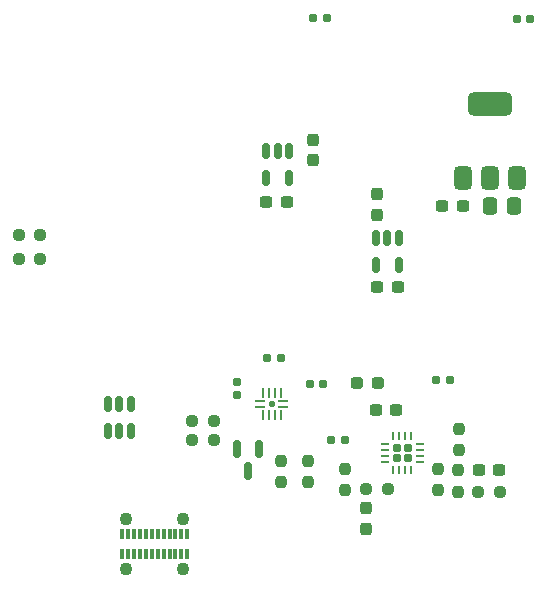
<source format=gbr>
%TF.GenerationSoftware,KiCad,Pcbnew,8.0.1-8.0.1-1~ubuntu22.04.1*%
%TF.CreationDate,2024-05-06T17:23:11+02:00*%
%TF.ProjectId,Pojet 1A,506f6a65-7420-4314-912e-6b696361645f,rev?*%
%TF.SameCoordinates,Original*%
%TF.FileFunction,Paste,Bot*%
%TF.FilePolarity,Positive*%
%FSLAX46Y46*%
G04 Gerber Fmt 4.6, Leading zero omitted, Abs format (unit mm)*
G04 Created by KiCad (PCBNEW 8.0.1-8.0.1-1~ubuntu22.04.1) date 2024-05-06 17:23:11*
%MOMM*%
%LPD*%
G01*
G04 APERTURE LIST*
G04 Aperture macros list*
%AMRoundRect*
0 Rectangle with rounded corners*
0 $1 Rounding radius*
0 $2 $3 $4 $5 $6 $7 $8 $9 X,Y pos of 4 corners*
0 Add a 4 corners polygon primitive as box body*
4,1,4,$2,$3,$4,$5,$6,$7,$8,$9,$2,$3,0*
0 Add four circle primitives for the rounded corners*
1,1,$1+$1,$2,$3*
1,1,$1+$1,$4,$5*
1,1,$1+$1,$6,$7*
1,1,$1+$1,$8,$9*
0 Add four rect primitives between the rounded corners*
20,1,$1+$1,$2,$3,$4,$5,0*
20,1,$1+$1,$4,$5,$6,$7,0*
20,1,$1+$1,$6,$7,$8,$9,0*
20,1,$1+$1,$8,$9,$2,$3,0*%
G04 Aperture macros list end*
%ADD10RoundRect,0.155000X0.212500X0.155000X-0.212500X0.155000X-0.212500X-0.155000X0.212500X-0.155000X0*%
%ADD11RoundRect,0.150000X-0.150000X0.512500X-0.150000X-0.512500X0.150000X-0.512500X0.150000X0.512500X0*%
%ADD12RoundRect,0.155000X-0.212500X-0.155000X0.212500X-0.155000X0.212500X0.155000X-0.212500X0.155000X0*%
%ADD13RoundRect,0.250000X-0.337500X-0.475000X0.337500X-0.475000X0.337500X0.475000X-0.337500X0.475000X0*%
%ADD14RoundRect,0.237500X-0.300000X-0.237500X0.300000X-0.237500X0.300000X0.237500X-0.300000X0.237500X0*%
%ADD15RoundRect,0.140000X0.140000X-0.140000X0.140000X0.140000X-0.140000X0.140000X-0.140000X-0.140000X0*%
%ADD16RoundRect,0.062500X0.062500X-0.350000X0.062500X0.350000X-0.062500X0.350000X-0.062500X-0.350000X0*%
%ADD17RoundRect,0.062500X0.350000X-0.062500X0.350000X0.062500X-0.350000X0.062500X-0.350000X-0.062500X0*%
%ADD18RoundRect,0.150000X-0.150000X0.587500X-0.150000X-0.587500X0.150000X-0.587500X0.150000X0.587500X0*%
%ADD19RoundRect,0.177500X0.177500X0.177500X-0.177500X0.177500X-0.177500X-0.177500X0.177500X-0.177500X0*%
%ADD20RoundRect,0.062500X0.312500X0.062500X-0.312500X0.062500X-0.312500X-0.062500X0.312500X-0.062500X0*%
%ADD21RoundRect,0.062500X0.062500X0.312500X-0.062500X0.312500X-0.062500X-0.312500X0.062500X-0.312500X0*%
%ADD22RoundRect,0.237500X0.237500X-0.250000X0.237500X0.250000X-0.237500X0.250000X-0.237500X-0.250000X0*%
%ADD23RoundRect,0.237500X0.300000X0.237500X-0.300000X0.237500X-0.300000X-0.237500X0.300000X-0.237500X0*%
%ADD24RoundRect,0.237500X-0.250000X-0.237500X0.250000X-0.237500X0.250000X0.237500X-0.250000X0.237500X0*%
%ADD25RoundRect,0.237500X-0.237500X0.250000X-0.237500X-0.250000X0.237500X-0.250000X0.237500X0.250000X0*%
%ADD26RoundRect,0.237500X0.250000X0.237500X-0.250000X0.237500X-0.250000X-0.237500X0.250000X-0.237500X0*%
%ADD27RoundRect,0.237500X0.237500X-0.300000X0.237500X0.300000X-0.237500X0.300000X-0.237500X-0.300000X0*%
%ADD28RoundRect,0.375000X0.375000X-0.625000X0.375000X0.625000X-0.375000X0.625000X-0.375000X-0.625000X0*%
%ADD29RoundRect,0.500000X1.400000X-0.500000X1.400000X0.500000X-1.400000X0.500000X-1.400000X-0.500000X0*%
%ADD30RoundRect,0.237500X-0.237500X0.300000X-0.237500X-0.300000X0.237500X-0.300000X0.237500X0.300000X0*%
%ADD31RoundRect,0.150000X0.150000X-0.512500X0.150000X0.512500X-0.150000X0.512500X-0.150000X-0.512500X0*%
%ADD32R,0.300000X0.850000*%
%ADD33C,1.100000*%
%ADD34RoundRect,0.155000X-0.155000X0.212500X-0.155000X-0.212500X0.155000X-0.212500X0.155000X0.212500X0*%
%ADD35RoundRect,0.237500X0.287500X0.237500X-0.287500X0.237500X-0.287500X-0.237500X0.287500X-0.237500X0*%
G04 APERTURE END LIST*
D10*
%TO.C,C34*%
X160167500Y-76600000D03*
X159032500Y-76600000D03*
%TD*%
D11*
%TO.C,BU33SD5WG-TR1*%
X155050000Y-87862500D03*
X156000000Y-87862500D03*
X156950000Y-87862500D03*
X156950000Y-90137500D03*
X155050000Y-90137500D03*
%TD*%
D10*
%TO.C,C33*%
X177367500Y-76700000D03*
X176232500Y-76700000D03*
%TD*%
D12*
%TO.C,C3*%
X169432500Y-107250000D03*
X170567500Y-107250000D03*
%TD*%
D13*
%TO.C,C22*%
X173962500Y-92500000D03*
X176037500Y-92500000D03*
%TD*%
D14*
%TO.C,C18*%
X155037500Y-92200000D03*
X156762500Y-92200000D03*
%TD*%
%TO.C,C19*%
X164437500Y-99400000D03*
X166162500Y-99400000D03*
%TD*%
D15*
%TO.C,IC1*%
X155500000Y-109287500D03*
D16*
X156250000Y-110250000D03*
X155750000Y-110250000D03*
X155250000Y-110250000D03*
X154750000Y-110250000D03*
D17*
X154537500Y-109537500D03*
X154537500Y-109037500D03*
D16*
X154750000Y-108325000D03*
X155250000Y-108325000D03*
X155750000Y-108325000D03*
X156250000Y-108325000D03*
D17*
X156462500Y-109037500D03*
X156462500Y-109537500D03*
%TD*%
D18*
%TO.C,Q1*%
X152550000Y-113062500D03*
X154450000Y-113062500D03*
X153500000Y-114937500D03*
%TD*%
D19*
%TO.C,BQ25306RTET1*%
X167000000Y-113880000D03*
X167000000Y-113000000D03*
X166120000Y-113880000D03*
X166120000Y-113000000D03*
D20*
X168035000Y-112690000D03*
X168035000Y-113190000D03*
X168035000Y-113690000D03*
X168035000Y-114190000D03*
D21*
X167310000Y-114915000D03*
X166810000Y-114915000D03*
X166310000Y-114915000D03*
X165810000Y-114915000D03*
D20*
X165085000Y-114190000D03*
X165085000Y-113690000D03*
X165085000Y-113190000D03*
X165085000Y-112690000D03*
D21*
X165810000Y-111965000D03*
X166310000Y-111965000D03*
X166810000Y-111965000D03*
X167310000Y-111965000D03*
%TD*%
D22*
%TO.C,R7*%
X171400000Y-113212500D03*
X171400000Y-111387500D03*
%TD*%
D23*
%TO.C,C1*%
X174762500Y-114900000D03*
X173037500Y-114900000D03*
%TD*%
D24*
%TO.C,R6*%
X172987500Y-116700000D03*
X174812500Y-116700000D03*
%TD*%
D23*
%TO.C,C21*%
X171662500Y-92500000D03*
X169937500Y-92500000D03*
%TD*%
D25*
%TO.C,R10*%
X169600000Y-114787500D03*
X169600000Y-116612500D03*
%TD*%
D10*
%TO.C,C2*%
X156267500Y-105400000D03*
X155132500Y-105400000D03*
%TD*%
D22*
%TO.C,R1*%
X156300000Y-115912500D03*
X156300000Y-114087500D03*
%TD*%
D12*
%TO.C,C5*%
X158732500Y-107600000D03*
X159867500Y-107600000D03*
%TD*%
D26*
%TO.C,R11*%
X165312500Y-116500000D03*
X163487500Y-116500000D03*
%TD*%
D27*
%TO.C,C15*%
X164400000Y-93262500D03*
X164400000Y-91537500D03*
%TD*%
D28*
%TO.C,U3*%
X176300000Y-90150000D03*
X174000000Y-90150000D03*
D29*
X174000000Y-83850000D03*
D28*
X171700000Y-90150000D03*
%TD*%
D25*
%TO.C,R8*%
X158600000Y-114087500D03*
X158600000Y-115912500D03*
%TD*%
D26*
%TO.C,R2*%
X135912500Y-97000000D03*
X134087500Y-97000000D03*
%TD*%
D30*
%TO.C,C14*%
X159000000Y-86937500D03*
X159000000Y-88662500D03*
%TD*%
D24*
%TO.C,R3*%
X148787500Y-112300000D03*
X150612500Y-112300000D03*
%TD*%
D31*
%TO.C,U4*%
X143550000Y-111537500D03*
X142600000Y-111537500D03*
X141650000Y-111537500D03*
X141650000Y-109262500D03*
X142600000Y-109262500D03*
X143550000Y-109262500D03*
%TD*%
D27*
%TO.C,C7*%
X163500000Y-119862500D03*
X163500000Y-118137500D03*
%TD*%
D32*
%TO.C,J1*%
X142850000Y-121985000D03*
X143350000Y-121985000D03*
X143850000Y-121985000D03*
X144350000Y-121985000D03*
X144850000Y-121985000D03*
X145350000Y-121985000D03*
X145850000Y-121985000D03*
X146350000Y-121985000D03*
X146850000Y-121985000D03*
X147350000Y-121985000D03*
X147850000Y-121985000D03*
X148350000Y-121985000D03*
X148350000Y-120315000D03*
X147850000Y-120315000D03*
X147350000Y-120315000D03*
X146850000Y-120315000D03*
X146350000Y-120315000D03*
X145850000Y-120315000D03*
X145350000Y-120315000D03*
X144850000Y-120315000D03*
X144350000Y-120315000D03*
X143850000Y-120315000D03*
X143350000Y-120315000D03*
X142850000Y-120315000D03*
D33*
X143200000Y-119000000D03*
X143200000Y-123300000D03*
X148000000Y-119000000D03*
X148000000Y-123300000D03*
%TD*%
D25*
%TO.C,R13*%
X161700000Y-114787500D03*
X161700000Y-116612500D03*
%TD*%
D10*
%TO.C,C8*%
X161667500Y-112300000D03*
X160532500Y-112300000D03*
%TD*%
D34*
%TO.C,C4*%
X152600000Y-107432500D03*
X152600000Y-108567500D03*
%TD*%
D11*
%TO.C,BU33SD5WG-TR2*%
X164350000Y-95262500D03*
X165300000Y-95262500D03*
X166250000Y-95262500D03*
X166250000Y-97537500D03*
X164350000Y-97537500D03*
%TD*%
D26*
%TO.C,R5*%
X135912500Y-95000000D03*
X134087500Y-95000000D03*
%TD*%
D23*
%TO.C,C6*%
X166062500Y-109800000D03*
X164337500Y-109800000D03*
%TD*%
D26*
%TO.C,R9*%
X150612500Y-110700000D03*
X148787500Y-110700000D03*
%TD*%
D35*
%TO.C,L1*%
X164475000Y-107500000D03*
X162725000Y-107500000D03*
%TD*%
D25*
%TO.C,R4*%
X171300000Y-114887500D03*
X171300000Y-116712500D03*
%TD*%
M02*

</source>
